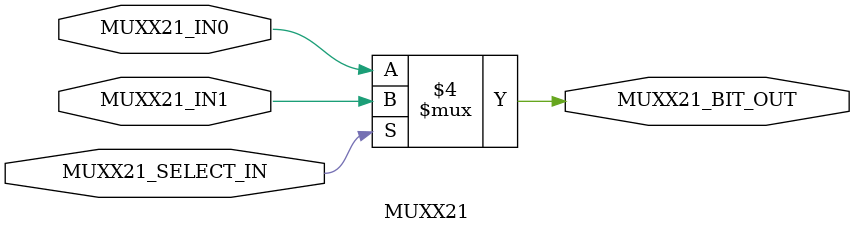
<source format=v>
module MUXX21(
//////////// OUTPUTS //////////
	MUXX21_BIT_OUT,
//////////// INPUTS //////////
	MUXX21_SELECT_IN,
	MUXX21_IN0,
	MUXX21_IN1
);
//=======================================================
//  PARAMETER declarations
//=======================================================

//=======================================================
//  PORT declarations
//=======================================================
	output	reg MUXX21_BIT_OUT;
	input		wire MUXX21_SELECT_IN;
	input		wire  MUXX21_IN0;
	input		wire  MUXX21_IN1;
	
//=======================================================
//  REG/WIRE declarations
//=======================================================

//=======================================================
//  Structural coding
//=======================================================
always @(*)
begin
//=======================================================		
   if( MUXX21_SELECT_IN == 1'b0)
      MUXX21_BIT_OUT = MUXX21_IN0;
   else 
      MUXX21_BIT_OUT = MUXX21_IN1;
//=======================================================				
end
endmodule


</source>
